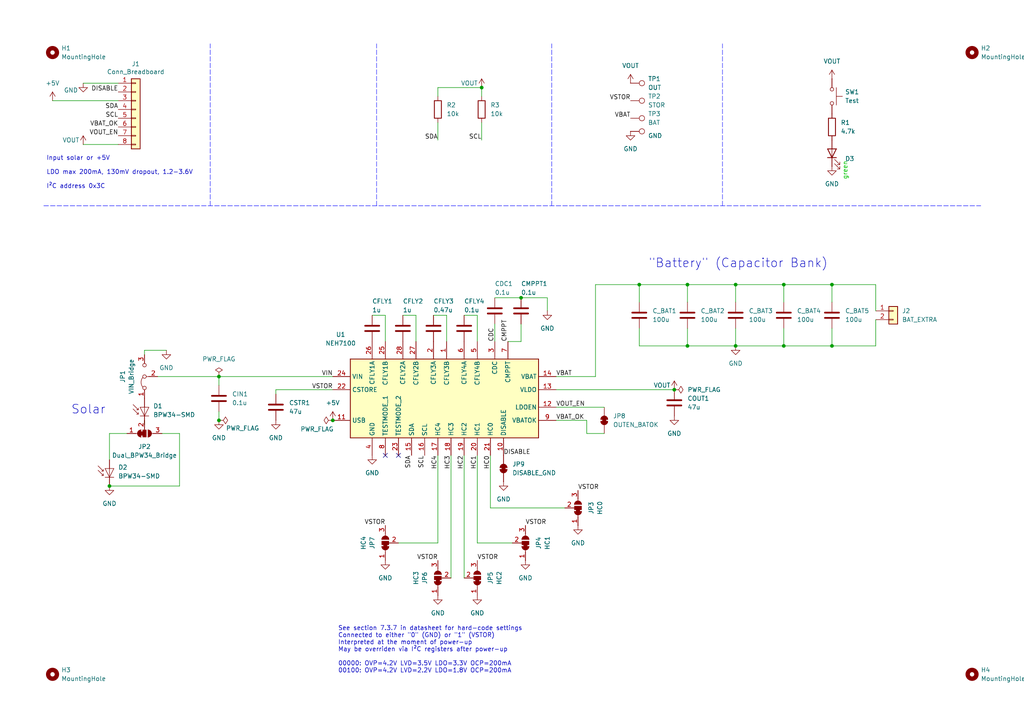
<source format=kicad_sch>
(kicad_sch (version 20250114) (generator "eeschema") (generator_version "9.0")
  (paper "A4")
  (title_block (title "${TITLE}") (date "2025-10-02") (rev "${REVISION}"))
  (lib_symbols
    (symbol "Connector:TestPoint" (pin_numbers (hide yes)) (pin_names (offset 0.762) (hide yes))
      (property "Reference" "TP" (at 0 6.858 0))
      (property "Value" "TestPoint" (at 0 5.08 0))
      (symbol "TestPoint_0_1"
        (circle (center 0 3.302) (radius 0.762))
      )
      (symbol "TestPoint_1_1"
        (pin passive line (at 0 0 90) (length 2.54) (name "1") (number "1"))
      )
    )
    (symbol "Connector_Generic:Conn_01x02" (pin_names (offset 1.016) (hide yes))
      (property "Reference" "J" (at 0 2.54 0))
      (property "Value" "Conn_01x02" (at 0 -5.08 0))
      (symbol "Conn_01x02_1_1"
        (rectangle (start -1.27 1.27) (end 1.27 -3.81) (stroke (width 0.254)) (fill (type background)))
        (rectangle (start -1.27 0.127) (end 0 -0.127) (stroke (width 0.1524)))
        (rectangle (start -1.27 -2.413) (end 0 -2.667) (stroke (width 0.1524)))
        (pin passive line (at -5.08 0 0) (length 3.81) (name "Pin_1") (number "1"))
        (pin passive line (at -5.08 -2.54 0) (length 3.81) (name "Pin_2") (number "2"))
      )
    )
    (symbol "Connector_Generic:Conn_01x08" (pin_names (offset 1.016) (hide yes))
      (property "Reference" "J" (at 0 10.16 0))
      (property "Value" "Conn_01x08" (at 0 -12.7 0))
      (symbol "Conn_01x08_1_1"
        (rectangle (start -1.27 8.89) (end 1.27 -11.43) (stroke (width 0.254)) (fill (type background)))
        (rectangle (start -1.27 7.747) (end 0 7.493) (stroke (width 0.1524)))
        (rectangle (start -1.27 5.207) (end 0 4.953) (stroke (width 0.1524)))
        (rectangle (start -1.27 2.667) (end 0 2.413) (stroke (width 0.1524)))
        (rectangle (start -1.27 0.127) (end 0 -0.127) (stroke (width 0.1524)))
        (rectangle (start -1.27 -2.413) (end 0 -2.667) (stroke (width 0.1524)))
        (rectangle (start -1.27 -4.953) (end 0 -5.207) (stroke (width 0.1524)))
        (rectangle (start -1.27 -7.493) (end 0 -7.747) (stroke (width 0.1524)))
        (rectangle (start -1.27 -10.033) (end 0 -10.287) (stroke (width 0.1524)))
        (pin passive line (at -5.08 7.62 0) (length 3.81) (name "Pin_1") (number "1"))
        (pin passive line (at -5.08 5.08 0) (length 3.81) (name "Pin_2") (number "2"))
        (pin passive line (at -5.08 2.54 0) (length 3.81) (name "Pin_3") (number "3"))
        (pin passive line (at -5.08 0 0) (length 3.81) (name "Pin_4") (number "4"))
        (pin passive line (at -5.08 -2.54 0) (length 3.81) (name "Pin_5") (number "5"))
        (pin passive line (at -5.08 -5.08 0) (length 3.81) (name "Pin_6") (number "6"))
        (pin passive line (at -5.08 -7.62 0) (length 3.81) (name "Pin_7") (number "7"))
        (pin passive line (at -5.08 -10.16 0) (length 3.81) (name "Pin_8") (number "8"))
      )
    )
    (symbol "Device:C" (pin_numbers (hide yes)) (pin_names (offset 0.254))
      (property "Reference" "C" (at 0.635 2.54 0))
      (property "Value" "C" (at 0.635 -2.54 0))
      (symbol "C_0_1"
        (polyline (pts (xy -2.032 0.762) (xy 2.032 0.762)) (stroke (width 0.508)))
        (polyline (pts (xy -2.032 -0.762) (xy 2.032 -0.762)) (stroke (width 0.508)))
      )
      (symbol "C_1_1"
        (pin passive line (at 0 3.81 270) (length 2.794) (name "~") (number "1"))
        (pin passive line (at 0 -3.81 90) (length 2.794) (name "~") (number "2"))
      )
    )
    (symbol "Device:LED" (pin_numbers (hide yes)) (pin_names (offset 1.016) (hide yes))
      (property "Reference" "D" (at 0 2.54 0))
      (property "Value" "LED" (at 0 -2.54 0))
      (symbol "LED_0_1"
        (polyline (pts (xy -3.048 -0.762) (xy -4.572 -2.286) (xy -3.81 -2.286) (xy -4.572 -2.286) (xy -4.572 -1.524)))
        (polyline (pts (xy -1.778 -0.762) (xy -3.302 -2.286) (xy -2.54 -2.286) (xy -3.302 -2.286) (xy -3.302 -1.524)))
        (polyline (pts (xy -1.27 0) (xy 1.27 0)))
        (polyline (pts (xy -1.27 -1.27) (xy -1.27 1.27)) (stroke (width 0.254)))
        (polyline (pts (xy 1.27 -1.27) (xy 1.27 1.27) (xy -1.27 0) (xy 1.27 -1.27)) (stroke (width 0.254)))
      )
      (symbol "LED_1_1"
        (pin passive line (at -3.81 0 0) (length 2.54) (name "K") (number "1"))
        (pin passive line (at 3.81 0 180) (length 2.54) (name "A") (number "2"))
      )
    )
    (symbol "Device:R" (pin_numbers (hide yes)) (pin_names (offset 0))
      (property "Reference" "R" (at 2.032 0 90))
      (property "Value" "R" (at 0 0 90))
      (symbol "R_0_1"
        (rectangle (start -1.016 -2.54) (end 1.016 2.54) (stroke (width 0.254)))
      )
      (symbol "R_1_1"
        (pin passive line (at 0 3.81 270) (length 1.27) (name "~") (number "1"))
        (pin passive line (at 0 -3.81 90) (length 1.27) (name "~") (number "2"))
      )
    )
    (symbol "Jumper:Jumper_3_Bridged12" (pin_names (offset 0) (hide yes)) (in_bom no)
      (property "Reference" "JP" (at -2.54 -2.54 0))
      (property "Value" "Jumper_3_Bridged12" (at 0 2.794 0))
      (symbol "Jumper_3_Bridged12_0_0"
        (circle (center -3.302 0) (radius 0.508))
        (circle (center 0 0) (radius 0.508))
        (circle (center 3.302 0) (radius 0.508))
      )
      (symbol "Jumper_3_Bridged12_0_1"
        (arc (start -3.048 0.508) (mid -1.651 0.9912) (end -0.254 0.508))
        (polyline (pts (xy 0 -1.27) (xy 0 -0.508)))
      )
      (symbol "Jumper_3_Bridged12_1_1"
        (pin passive line (at -6.35 0 0) (length 2.54) (name "A") (number "1"))
        (pin passive line (at 0 -3.81 90) (length 2.54) (name "C") (number "2"))
        (pin passive line (at 6.35 0 180) (length 2.54) (name "B") (number "3"))
      )
    )
    (symbol "Jumper:SolderJumper_2_Bridged" (pin_numbers (hide yes)) (pin_names (offset 0) (hide yes)) (in_bom no)
      (property "Reference" "JP" (at 0 2.032 0))
      (property "Value" "SolderJumper_2_Bridged" (at 0 -2.54 0))
      (symbol "SolderJumper_2_Bridged_0_1"
        (rectangle (start -0.508 0.508) (end 0.508 -0.508) (fill (type outline)))
        (polyline (pts (xy -0.254 1.016) (xy -0.254 -1.016)))
        (arc (start -0.254 -1.016) (mid -1.2656 0) (end -0.254 1.016))
        (arc (start -0.254 -1.016) (mid -1.2656 0) (end -0.254 1.016) (fill (type outline)))
        (arc (start 0.254 1.016) (mid 1.2656 0) (end 0.254 -1.016))
        (arc (start 0.254 1.016) (mid 1.2656 0) (end 0.254 -1.016) (fill (type outline)))
        (polyline (pts (xy 0.254 1.016) (xy 0.254 -1.016)))
      )
      (symbol "SolderJumper_2_Bridged_1_1"
        (pin passive line (at -3.81 0 0) (length 2.54) (name "A") (number "1"))
        (pin passive line (at 3.81 0 180) (length 2.54) (name "B") (number "2"))
      )
    )
    (symbol "Jumper:SolderJumper_3_Bridged12" (pin_names (offset 0) (hide yes)) (in_bom no)
      (property "Reference" "JP" (at -2.54 -2.54 0))
      (property "Value" "SolderJumper_3_Bridged12" (at 0 2.794 0))
      (symbol "SolderJumper_3_Bridged12_0_1"
        (polyline (pts (xy -2.54 0) (xy -2.032 0)))
        (polyline (pts (xy -1.016 1.016) (xy -1.016 -1.016)))
        (rectangle (start -1.016 0.508) (end -0.508 -0.508) (fill (type outline)))
        (arc (start -1.016 -1.016) (mid -2.0276 0) (end -1.016 1.016))
        (arc (start -1.016 -1.016) (mid -2.0276 0) (end -1.016 1.016) (fill (type outline)))
        (rectangle (start -0.508 1.016) (end 0.508 -1.016) (fill (type outline)))
        (polyline (pts (xy 0 -1.27) (xy 0 -1.016)))
        (arc (start 1.016 1.016) (mid 2.0276 0) (end 1.016 -1.016))
        (arc (start 1.016 1.016) (mid 2.0276 0) (end 1.016 -1.016) (fill (type outline)))
        (polyline (pts (xy 1.016 1.016) (xy 1.016 -1.016)))
        (polyline (pts (xy 2.54 0) (xy 2.032 0)))
      )
      (symbol "SolderJumper_3_Bridged12_1_1"
        (pin passive line (at -5.08 0 0) (length 2.54) (name "A") (number "1"))
        (pin passive line (at 0 -3.81 90) (length 2.54) (name "C") (number "2"))
        (pin passive line (at 5.08 0 180) (length 2.54) (name "B") (number "3"))
      )
    )
    (symbol "Mechanical:MountingHole" (pin_names (offset 1.016)) (in_bom no)
      (property "Reference" "H" (at 0 5.08 0))
      (property "Value" "MountingHole" (at 0 3.175 0))
      (symbol "MountingHole_0_1"
        (circle (center 0 0) (radius 1.27) (stroke (width 1.27)))
      )
    )
    (symbol "NEH7100BUHP:NEH7100BUHP"
      (property "Reference" "U1" (at -29.464 18.542 0))
      (property "Value" "NEH7100" (at -29.464 16.002 0))
      (symbol "NEH7100BUHP_1_1"
        (rectangle (start -26.67 11.43) (end 27.94 -11.43) (stroke (width 0.254)) (fill (type background)))
        (pin passive line (at -31.75 6.35 0) (length 5.08) (name "VIN") (number "24"))
        (pin passive line (at -31.75 2.54 0) (length 5.08) (name "CSTORE") (number "22"))
        (pin passive line (at -31.75 -6.35 0) (length 5.08) (name "USB") (number "11"))
        (pin passive line (at -20.32 16.51 270) (length 5.08) (name "CFLY1A") (number "26"))
        (pin passive line (at -20.32 -16.51 90) (length 5.08) (hide yes) (name "GND_2") (number "29"))
        (pin passive line (at -20.32 -16.51 90) (length 5.08) (name "GND") (number "4"))
        (pin passive line (at -16.51 16.51 270) (length 5.08) (name "CFLY1B") (number "25"))
        (pin passive line (at -16.51 -16.51 90) (length 5.08) (name "TESTMODE_1") (number "8"))
        (pin passive line (at -12.7 -16.51 90) (length 5.08) (name "TESTMODE_2") (number "23"))
        (pin passive line (at -11.43 16.51 270) (length 5.08) (name "CFLY2A") (number "28"))
        (pin passive line (at -8.89 -16.51 90) (length 5.08) (name "SDA") (number "15"))
        (pin passive line (at -7.62 16.51 270) (length 5.08) (name "CFLY2B") (number "27"))
        (pin passive line (at -5.08 -16.51 90) (length 5.08) (name "SCL") (number "16"))
        (pin passive line (at -2.54 16.51 270) (length 5.08) (name "CFLY3A") (number "2"))
        (pin passive line (at -1.27 -16.51 90) (length 5.08) (name "HC4") (number "17"))
        (pin passive line (at 1.27 16.51 270) (length 5.08) (name "CFLY3B") (number "1"))
        (pin passive line (at 2.54 -16.51 90) (length 5.08) (name "HC3") (number "18"))
        (pin passive line (at 6.35 16.51 270) (length 5.08) (name "CFLY4A") (number "6"))
        (pin passive line (at 6.35 -16.51 90) (length 5.08) (name "HC2") (number "19"))
        (pin passive line (at 10.16 16.51 270) (length 5.08) (name "CFLY4B") (number "5"))
        (pin passive line (at 10.16 -16.51 90) (length 5.08) (name "HC1") (number "20"))
        (pin passive line (at 13.97 -16.51 90) (length 5.08) (name "HC0") (number "21"))
        (pin passive line (at 15.24 16.51 270) (length 5.08) (name "CDC") (number "3"))
        (pin passive line (at 17.78 -16.51 90) (length 5.08) (name "DISABLE") (number "10"))
        (pin passive line (at 19.05 16.51 270) (length 5.08) (name "CMPPT") (number "7"))
        (pin passive line (at 33.02 6.35 180) (length 5.08) (name "VBAT") (number "14"))
        (pin passive line (at 33.02 2.54 180) (length 5.08) (name "VLDO") (number "13"))
        (pin passive line (at 33.02 -2.54 180) (length 5.08) (name "LDOEN") (number "12"))
        (pin passive line (at 33.02 -6.35 180) (length 5.08) (name "VBATOK") (number "9"))
      )
    )
    (symbol "Sensor_Optical:BPW34-SMD" (pin_numbers (hide yes)) (pin_names (offset 1.016) (hide yes))
      (property "Reference" "D" (at 0.508 1.778 0))
      (property "Value" "BPW34-SMD" (at -1.016 -2.794 0))
      (symbol "BPW34-SMD_0_1"
        (polyline (pts (xy -2.54 1.27) (xy -2.54 -1.27)) (stroke (width 0.1524)))
        (polyline (pts (xy -2.032 1.778) (xy -1.524 1.778)))
        (polyline (pts (xy -0.508 3.302) (xy -2.032 1.778) (xy -2.032 2.286)))
        (polyline (pts (xy 0 1.27) (xy -2.54 0) (xy 0 -1.27)))
        (polyline (pts (xy 0 0) (xy -2.54 0)))
        (polyline (pts (xy 0 -1.27) (xy 0 1.27)))
        (polyline (pts (xy 0.762 3.302) (xy -0.762 1.778) (xy -0.762 2.286) (xy -0.762 1.778) (xy -0.254 1.778)))
      )
      (symbol "BPW34-SMD_1_1"
        (pin passive line (at -5.08 0 0) (length 2.54) (name "K") (number "1"))
        (pin passive line (at 2.54 0 180) (length 2.54) (name "A") (number "2"))
      )
    )
    (symbol "Switch:SW_Push" (pin_numbers (hide yes)) (pin_names (offset 1.016) (hide yes))
      (property "Reference" "SW" (at 1.27 2.54 0))
      (property "Value" "SW_Push" (at 0 -1.524 0))
      (symbol "SW_Push_0_1"
        (circle (center -2.032 0) (radius 0.508))
        (polyline (pts (xy 0 1.27) (xy 0 3.048)))
        (circle (center 2.032 0) (radius 0.508))
        (polyline (pts (xy 2.54 1.27) (xy -2.54 1.27)))
        (pin passive line (at -5.08 0 0) (length 2.54) (name "1") (number "1"))
        (pin passive line (at 5.08 0 180) (length 2.54) (name "2") (number "2"))
      )
    )
    (symbol "power:+5V" (power) (pin_numbers (hide yes)) (pin_names (offset 0) (hide yes))
      (property "Value" "+5V" (at 0 3.556 0))
      (symbol "+5V_0_1"
        (polyline (pts (xy -0.762 1.27) (xy 0 2.54)))
        (polyline (pts (xy 0 2.54) (xy 0.762 1.27)))
        (polyline (pts (xy 0 0) (xy 0 2.54)))
      )
      (symbol "+5V_1_1"
        (pin power_in line (at 0 0 90) (length 0) (name "~") (number "1"))
      )
    )
    (symbol "power:GND" (power) (pin_numbers (hide yes)) (pin_names (offset 0) (hide yes))
      (property "Value" "GND" (at 0 -3.81 0))
      (symbol "GND_0_1"
        (polyline (pts (xy 0 0) (xy 0 -1.27) (xy 1.27 -1.27) (xy 0 -2.54) (xy -1.27 -1.27) (xy 0 -1.27)))
      )
      (symbol "GND_1_1"
        (pin power_in line (at 0 0 270) (length 0) (name "~") (number "1"))
      )
    )
    (symbol "power:PWR_FLAG" (power) (pin_numbers (hide yes)) (pin_names (offset 0) (hide yes))
      (property "Value" "PWR_FLAG" (at 0 3.81 0))
      (symbol "PWR_FLAG_0_0"
        (pin power_out line (at 0 0 90) (length 0) (name "~") (number "1"))
      )
      (symbol "PWR_FLAG_0_1"
        (polyline (pts (xy 0 0) (xy 0 1.27) (xy -1.016 1.905) (xy 0 2.54) (xy 1.016 1.905) (xy 0 1.27)))
      )
    )
    (symbol "power:VCC" (power) (pin_numbers (hide yes)) (pin_names (offset 0) (hide yes))
      (property "Value" "VCC" (at 0 3.556 0))
      (symbol "VCC_0_1"
        (polyline (pts (xy -0.762 1.27) (xy 0 2.54)))
        (polyline (pts (xy 0 2.54) (xy 0.762 1.27)))
        (polyline (pts (xy 0 0) (xy 0 2.54)))
      )
      (symbol "VCC_1_1"
        (pin power_in line (at 0 0 90) (length 0) (name "~") (number "1"))
      )
    )
  )
  (text "Solar" (at 25.654 118.872 0) (effects (font (size 2.54 2.54))))
  (text "Input solar or +5V\n\nLDO max 200mA, 130mV dropout, 1.2-3.6V\n\nI²C address 0x3C" (at 13.462 50.038 0) (effects (font (size 1.27 1.27)) (justify left)))
  (text "See section 7.3.7 in datasheet for hard-code settings\nConnected to either \"0\" (GND) or \"1\" (VSTOR)\nInterpreted at the moment of power-up\nMay be overriden via I²C registers after power-up\n\n00000: OVP=4.2V LVD=3.5V LDO=3.3V OCP=200mA\n00100: OVP=4.2V LVD=2.2V LDO=1.8V OCP=200mA\n" (at 98.044 188.468 0) (effects (font (size 1.27 1.27)) (justify left)))
  (text "green" (at 245.11 49.53 90) (effects (font (size 1.27 1.27))))
  (text "\"Battery\" (Capacitor Bank)" (at 214.122 76.454 0) (effects (font (size 2.54 2.54))))
  (junction (at 31.75 140.97))
  (junction (at 96.52 121.92))
  (junction (at 213.36 100.33))
  (junction (at 199.39 82.55))
  (junction (at 241.3 82.55))
  (junction (at 195.58 113.03))
  (junction (at 139.7 25.4))
  (junction (at 151.13 86.36))
  (junction (at 227.33 100.33))
  (junction (at 199.39 100.33))
  (junction (at 63.5 109.22))
  (junction (at 213.36 82.55))
  (junction (at 227.33 82.55))
  (junction (at 63.5 121.92))
  (junction (at 185.42 82.55))
  (junction (at 241.3 100.33))
  (no_connect (at 111.76 132.08))
  (no_connect (at 115.57 132.08))
  (wire (pts (xy 129.54 91.44) (xy 129.54 99.06)))
  (wire (pts (xy 148.59 157.48) (xy 138.43 157.48)))
  (wire (pts (xy 213.36 95.25) (xy 213.36 100.33)))
  (wire (pts (xy 151.13 99.06) (xy 147.32 99.06)))
  (wire (pts (xy 199.39 95.25) (xy 199.39 100.33)))
  (wire (pts (xy 158.75 86.36) (xy 158.75 90.17)))
  (wire (pts (xy 138.43 132.08) (xy 138.43 157.48)))
  (wire (pts (xy 170.18 121.92) (xy 161.29 121.92)))
  (wire (pts (xy 241.3 100.33) (xy 254 100.33)))
  (wire (pts (xy 80.01 113.03) (xy 96.52 113.03)))
  (wire (pts (xy 213.36 82.55) (xy 213.36 87.63)))
  (polyline (pts (xy 160.02 59.69) (xy 160.02 12.7)) (stroke (width 0.127) (type dash) (color 0 0 255 1)))
  (wire (pts (xy 143.51 86.36) (xy 151.13 86.36)))
  (wire (pts (xy 120.65 91.44) (xy 120.65 99.06)))
  (wire (pts (xy 116.84 91.44) (xy 120.65 91.44)))
  (wire (pts (xy 31.75 125.73) (xy 31.75 133.35)))
  (wire (pts (xy 151.13 86.36) (xy 158.75 86.36)))
  (wire (pts (xy 80.01 113.03) (xy 80.01 114.3)))
  (wire (pts (xy 172.72 109.22) (xy 161.29 109.22)))
  (wire (pts (xy 24.13 24.13) (xy 34.29 24.13)))
  (wire (pts (xy 63.5 109.22) (xy 96.52 109.22)))
  (wire (pts (xy 52.07 125.73) (xy 52.07 140.97)))
  (wire (pts (xy 199.39 87.63) (xy 199.39 82.55)))
  (wire (pts (xy 170.18 125.73) (xy 170.18 121.92)))
  (wire (pts (xy 134.62 132.08) (xy 134.62 167.64)))
  (wire (pts (xy 227.33 95.25) (xy 227.33 100.33)))
  (wire (pts (xy 41.91 101.6) (xy 41.91 102.87)))
  (wire (pts (xy 45.72 109.22) (xy 63.5 109.22)))
  (wire (pts (xy 175.26 125.73) (xy 170.18 125.73)))
  (wire (pts (xy 127 157.48) (xy 115.57 157.48)))
  (wire (pts (xy 199.39 100.33) (xy 213.36 100.33)))
  (wire (pts (xy 111.76 91.44) (xy 111.76 99.06)))
  (wire (pts (xy 227.33 82.55) (xy 241.3 82.55)))
  (wire (pts (xy 142.24 147.32) (xy 142.24 132.08)))
  (wire (pts (xy 185.42 82.55) (xy 185.42 87.63)))
  (wire (pts (xy 127 27.94) (xy 127 25.4)))
  (wire (pts (xy 172.72 82.55) (xy 185.42 82.55)))
  (wire (pts (xy 63.5 111.76) (xy 63.5 109.22)))
  (wire (pts (xy 24.13 41.91) (xy 34.29 41.91)))
  (wire (pts (xy 142.24 147.32) (xy 163.83 147.32)))
  (wire (pts (xy 134.62 91.44) (xy 138.43 91.44)))
  (wire (pts (xy 125.73 91.44) (xy 129.54 91.44)))
  (wire (pts (xy 227.33 100.33) (xy 241.3 100.33)))
  (wire (pts (xy 41.91 121.92) (xy 41.91 123.19)))
  (wire (pts (xy 254 92.71) (xy 254 100.33)))
  (wire (pts (xy 241.3 95.25) (xy 241.3 100.33)))
  (wire (pts (xy 130.81 132.08) (xy 130.81 167.64)))
  (wire (pts (xy 15.24 29.21) (xy 34.29 29.21)))
  (wire (pts (xy 46.99 125.73) (xy 52.07 125.73)))
  (wire (pts (xy 31.75 140.97) (xy 52.07 140.97)))
  (wire (pts (xy 31.75 125.73) (xy 36.83 125.73)))
  (wire (pts (xy 127 35.56) (xy 127 40.64)))
  (wire (pts (xy 241.3 87.63) (xy 241.3 82.55)))
  (wire (pts (xy 199.39 82.55) (xy 213.36 82.55)))
  (wire (pts (xy 138.43 91.44) (xy 138.43 99.06)))
  (wire (pts (xy 151.13 93.98) (xy 151.13 99.06)))
  (wire (pts (xy 241.3 82.55) (xy 254 82.55)))
  (wire (pts (xy 227.33 87.63) (xy 227.33 82.55)))
  (wire (pts (xy 213.36 100.33) (xy 227.33 100.33)))
  (wire (pts (xy 127 25.4) (xy 139.7 25.4)))
  (wire (pts (xy 161.29 118.11) (xy 175.26 118.11)))
  (wire (pts (xy 63.5 119.38) (xy 63.5 121.92)))
  (polyline (pts (xy 60.96 59.69) (xy 60.96 12.7)) (stroke (width 0.127) (type dash) (color 0 0 255 1)))
  (polyline (pts (xy 12.7 59.69) (xy 284.48 59.69)) (stroke (width 0.127) (type dash) (color 0 0 255 1)))
  (wire (pts (xy 139.7 27.94) (xy 139.7 25.4)))
  (wire (pts (xy 254 82.55) (xy 254 90.17)))
  (wire (pts (xy 185.42 95.25) (xy 185.42 100.33)))
  (wire (pts (xy 172.72 82.55) (xy 172.72 109.22)))
  (wire (pts (xy 185.42 82.55) (xy 199.39 82.55)))
  (polyline (pts (xy 109.22 59.69) (xy 109.22 12.7)) (stroke (width 0.127) (type dash) (color 0 0 255 1)))
  (wire (pts (xy 107.95 91.44) (xy 111.76 91.44)))
  (wire (pts (xy 185.42 100.33) (xy 199.39 100.33)))
  (wire (pts (xy 161.29 113.03) (xy 195.58 113.03)))
  (polyline (pts (xy 209.55 59.69) (xy 209.55 12.7)) (stroke (width 0.127) (type dash) (color 0 0 255 1)))
  (wire (pts (xy 41.91 101.6) (xy 48.26 101.6)))
  (wire (pts (xy 143.51 93.98) (xy 143.51 99.06)))
  (wire (pts (xy 139.7 35.56) (xy 139.7 40.64)))
  (wire (pts (xy 127 132.08) (xy 127 157.48)))
  (wire (pts (xy 213.36 82.55) (xy 227.33 82.55)))
  (label "VOUT_EN" (at 161.29 118.11 0))
  (label "SDA" (at 127 40.64 180))
  (label "HC2" (at 134.62 132.08 270))
  (label "HC3" (at 130.81 132.08 270))
  (label "VIN" (at 96.52 109.22 180))
  (label "SDA" (at 34.29 31.75 180))
  (label "SCL" (at 139.7 40.64 180))
  (label "VBAT_OK" (at 34.29 36.83 180))
  (label "VSTOR" (at 138.43 162.56 0))
  (label "VSTOR" (at 127 162.56 180))
  (label "VBAT_OK" (at 161.29 121.92 0))
  (label "VSTOR" (at 167.64 142.24 0))
  (label "VSTOR" (at 182.88 29.21 180))
  (label "HC0" (at 142.24 132.08 270))
  (label "CDC" (at 143.51 99.06 90))
  (label "VSTOR" (at 152.4 152.4 0))
  (label "HC1" (at 138.43 132.08 270))
  (label "SDA" (at 119.38 132.08 270))
  (label "SCL" (at 34.29 34.29 180))
  (label "VBAT" (at 182.88 34.29 180))
  (label "SCL" (at 123.19 132.08 270))
  (label "DISABLE" (at 34.29 26.67 180))
  (label "VSTOR" (at 96.52 113.03 180))
  (label "VOUT_EN" (at 34.29 39.37 180))
  (label "VSTOR" (at 111.76 152.4 180))
  (label "CMPPT" (at 147.32 99.06 90))
  (label "DISABLE" (at 146.05 132.08 0))
  (label "HC4" (at 127 132.08 270))
  (label "VBAT" (at 161.29 109.22 0))
  (symbol (lib_id "power:GND") (at 241.3 48.26 0) (unit 1)
    (property "Reference" "#PWR08" (effects (hide yes)))
    (property "Value" "GND" (at 241.3 53.34 0))
    (property "Description" "Power symbol creates a global label with name \"GND\" , ground" (effects (hide yes)))
  )
  (symbol (lib_id "power:+5V") (at 15.24 29.21 0) (unit 1)
    (property "Reference" "#PWR023" (effects (hide yes)))
    (property "Value" "+5V" (at 15.24 24.13 0))
    (property "Description" "Power symbol creates a global label with name \"+5V\"" (effects (hide yes)))
  )
  (symbol (lib_id "Device:C") (at 125.73 95.25 0) (unit 1)
    (property "Reference" "CFLY3" (at 125.73 87.376 0) (effects (justify left)))
    (property "Value" "0.47u" (at 125.73 89.916 0) (effects (justify left)))
    (property "Footprint" "Capacitor_SMD:C_0402_1005Metric" (effects (hide yes)))
    (property "Description" "Unpolarized capacitor" (effects (hide yes)))
  )
  (symbol (lib_id "power:+5V") (at 96.52 121.92 0) (unit 1)
    (property "Reference" "#PWR03" (effects (hide yes)))
    (property "Value" "+5V" (at 96.52 116.84 0))
    (property "Description" "Power symbol creates a global label with name \"+5V\"" (effects (hide yes)))
  )
  (symbol (lib_id "power:GND") (at 63.5 121.92 0) (unit 1)
    (property "Reference" "#PWR02" (effects (hide yes)))
    (property "Value" "GND" (at 63.5 127 0))
    (property "Description" "Power symbol creates a global label with name \"GND\" , ground" (effects (hide yes)))
  )
  (symbol (lib_id "Jumper:SolderJumper_3_Bridged12") (at 167.64 147.32 270) (mirror x) (unit 1) (in_bom no)
    (property "Reference" "JP3" (at 171.45 147.32 0))
    (property "Value" "HC0" (at 173.99 147.32 0))
    (property "Footprint" "Jumper:SolderJumper-3_P1.3mm_Bridged12_RoundedPad1.0x1.5mm" (effects (hide yes)))
    (property "Description" "3-pole Solder Jumper, pins 1+2 closed/bridged" (effects (hide yes)))
  )
  (symbol (lib_id "Device:R") (at 127 31.75 0) (unit 1)
    (property "Reference" "R2" (at 129.54 30.4799 0) (effects (justify left)))
    (property "Value" "10k" (at 129.54 33.0199 0) (effects (justify left)))
    (property "Footprint" "Resistor_SMD:R_0603_1608Metric" (effects (hide yes)))
    (property "Description" "Resistor" (effects (hide yes)))
  )
  (symbol (lib_id "Device:C") (at 80.01 118.11 0) (unit 1)
    (property "Reference" "CSTR1" (at 83.82 116.8399 0) (effects (justify left)))
    (property "Value" "47u" (at 83.82 119.3799 0) (effects (justify left)))
    (property "Footprint" "Capacitor_SMD:C_0603_1608Metric" (effects (hide yes)))
    (property "Description" "Unpolarized capacitor" (effects (hide yes)))
    (property "Digikey Part Number" "1276-1028-1-ND" (effects (hide yes)))
  )
  (symbol (lib_id "power:GND") (at 24.13 24.13 0) (unit 1)
    (property "Reference" "#PWR06" (effects (hide yes)))
    (property "Value" "GND" (at 20.574 26.162 0))
    (property "Description" "Power symbol creates a global label with name \"GND\" , ground" (effects (hide yes)))
  )
  (symbol (lib_id "power:VCC") (at 195.58 113.03 0) (mirror y) (unit 1)
    (property "Reference" "#PWR024" (effects (hide yes)))
    (property "Value" "VOUT" (at 192.024 111.76 0))
    (property "Description" "Power symbol creates a global label with name \"VOUT\"" (effects (hide yes)))
  )
  (symbol (lib_id "power:PWR_FLAG") (at 63.5 121.92 270) (unit 1)
    (property "Reference" "#FLG04" (effects (hide yes)))
    (property "Value" "PWR_FLAG" (at 65.532 124.206 90) (effects (justify left)))
    (property "Description" "Special symbol for telling ERC where power comes from" (effects (hide yes)))
  )
  (symbol (lib_id "Device:C") (at 151.13 90.17 0) (unit 1)
    (property "Reference" "CMPPT1" (at 151.13 82.296 0) (effects (justify left)))
    (property "Value" "0.1u" (at 151.13 84.836 0) (effects (justify left)))
    (property "Footprint" "Capacitor_SMD:C_0402_1005Metric" (effects (hide yes)))
    (property "Description" "Unpolarized capacitor" (effects (hide yes)))
  )
  (symbol (lib_id "power:GND") (at 213.36 100.33 0) (unit 1)
    (property "Reference" "#PWR010" (effects (hide yes)))
    (property "Value" "GND" (at 213.36 105.41 0))
    (property "Description" "Power symbol creates a global label with name \"GND\" , ground" (effects (hide yes)))
  )
  (symbol (lib_id "Connector:TestPoint") (at 182.88 24.13 270) (unit 1)
    (property "Reference" "TP1" (at 187.96 22.8599 90) (effects (justify left)))
    (property "Value" "OUT" (at 187.96 25.3999 90) (effects (justify left)))
    (property "Footprint" "TestPoint:TestPoint_Pad_D1.0mm" (effects (hide yes)))
    (property "Description" "test point" (effects (hide yes)))
  )
  (symbol (lib_id "Connector_Generic:Conn_01x02") (at 259.08 90.17 0) (unit 1)
    (property "Reference" "J2" (at 261.62 90.1699 0) (effects (justify left)))
    (property "Value" "BAT_EXTRA" (at 261.62 92.7099 0) (effects (justify left)))
    (property "Footprint" "Connector_PinHeader_2.54mm:PinHeader_1x02_P2.54mm_Vertical" (effects (hide yes)))
    (property "Description" "Generic connector, single row, 01x02, script generated (kicad-library-utils/schlib/autogen/connector/)" (effects (hide yes)))
  )
  (symbol (lib_id "Connector:TestPoint") (at 182.88 29.21 270) (unit 1)
    (property "Reference" "TP2" (at 187.96 27.9399 90) (effects (justify left)))
    (property "Value" "STOR" (at 187.96 30.4799 90) (effects (justify left)))
    (property "Footprint" "TestPoint:TestPoint_Pad_D1.0mm" (effects (hide yes)))
    (property "Description" "test point" (effects (hide yes)))
  )
  (symbol (lib_id "power:PWR_FLAG") (at 63.5 109.22 0) (unit 1)
    (property "Reference" "#FLG03" (effects (hide yes)))
    (property "Value" "PWR_FLAG" (at 63.5 104.14 0))
    (property "Description" "Special symbol for telling ERC where power comes from" (effects (hide yes)))
  )
  (symbol (lib_id "Device:C") (at 63.5 115.57 0) (unit 1)
    (property "Reference" "CIN1" (at 67.31 114.2999 0) (effects (justify left)))
    (property "Value" "0.1u" (at 67.31 116.8399 0) (effects (justify left)))
    (property "Footprint" "Capacitor_SMD:C_0402_1005Metric" (effects (hide yes)))
    (property "Description" "Unpolarized capacitor" (effects (hide yes)))
  )
  (symbol (lib_id "Jumper:SolderJumper_2_Bridged") (at 175.26 121.92 90) (unit 1) (in_bom no)
    (property "Reference" "JP8" (at 177.8 120.6499 90) (effects (justify right)))
    (property "Value" "OUTEN_BATOK" (at 177.8 123.1899 90) (effects (justify right)))
    (property "Footprint" "Jumper:SolderJumper-2_P1.3mm_Bridged_RoundedPad1.0x1.5mm" (effects (hide yes)))
    (property "Description" "Solder Jumper, 2-pole, closed/bridged" (effects (hide yes)))
  )
  (symbol (lib_id "Mechanical:MountingHole") (at 15.24 15.24 0) (unit 1) (in_bom no)
    (property "Reference" "H1" (at 17.78 13.9699 0) (effects (justify left)))
    (property "Value" "MountingHole" (at 17.78 16.5099 0) (effects (justify left)))
    (property "Footprint" "MountingHoleCompact:MountingHole_2.5mm_Plated" (effects (hide yes)))
    (property "Description" "Mounting Hole without connection" (effects (hide yes)))
  )
  (symbol (lib_id "Device:C") (at 134.62 95.25 0) (unit 1)
    (property "Reference" "CFLY4" (at 134.62 87.376 0) (effects (justify left)))
    (property "Value" "0.1u" (at 134.62 89.916 0) (effects (justify left)))
    (property "Footprint" "Capacitor_SMD:C_0402_1005Metric" (effects (hide yes)))
    (property "Description" "Unpolarized capacitor" (effects (hide yes)))
  )
  (symbol (lib_id "Jumper:SolderJumper_3_Bridged12") (at 152.4 157.48 270) (mirror x) (unit 1) (in_bom no)
    (property "Reference" "JP4" (at 156.21 157.48 0))
    (property "Value" "HC1" (at 158.75 157.48 0))
    (property "Footprint" "Jumper:SolderJumper-3_P1.3mm_Bridged12_RoundedPad1.0x1.5mm" (effects (hide yes)))
    (property "Description" "3-pole Solder Jumper, pins 1+2 closed/bridged" (effects (hide yes)))
  )
  (symbol (lib_id "Mechanical:MountingHole") (at 15.24 195.58 0) (unit 1) (in_bom no)
    (property "Reference" "H3" (at 17.78 194.3099 0) (effects (justify left)))
    (property "Value" "MountingHole" (at 17.78 196.8499 0) (effects (justify left)))
    (property "Footprint" "MountingHoleCompact:MountingHole_2.5mm_Plated" (effects (hide yes)))
    (property "Description" "Mounting Hole without connection" (effects (hide yes)))
  )
  (symbol (lib_id "Connector_Generic:Conn_01x08") (at 39.37 31.75 0) (unit 1)
    (property "Reference" "J1" (at 39.37 18.542 0))
    (property "Value" "Conn_Breadboard" (at 39.37 20.828 0))
    (property "Footprint" "Connector_PinHeader_2.54mm:PinHeader_1x08_P2.54mm_Vertical" (effects (hide yes)))
    (property "Description" "Generic connector, single row, 01x08, script generated (kicad-library-utils/schlib/autogen/connector/)" (effects (hide yes)))
  )
  (symbol (lib_id "power:PWR_FLAG") (at 96.52 121.92 90) (mirror x) (unit 1)
    (property "Reference" "#FLG01" (effects (hide yes)))
    (property "Value" "PWR_FLAG" (at 96.774 124.46 90) (effects (justify left)))
    (property "Description" "Special symbol for telling ERC where power comes from" (effects (hide yes)))
  )
  (symbol (lib_id "Jumper:SolderJumper_2_Bridged") (at 146.05 135.89 90) (unit 1) (in_bom no)
    (property "Reference" "JP9" (at 148.59 134.6199 90) (effects (justify right)))
    (property "Value" "DISABLE_GND" (at 148.59 137.1599 90) (effects (justify right)))
    (property "Footprint" "Jumper:SolderJumper-2_P1.3mm_Bridged_RoundedPad1.0x1.5mm" (effects (hide yes)))
    (property "Description" "Solder Jumper, 2-pole, closed/bridged" (effects (hide yes)))
  )
  (symbol (lib_id "Connector:TestPoint") (at 182.88 38.1 270) (unit 1)
    (property "Reference" "TP6" (effects (hide yes)))
    (property "Value" "GND" (at 187.96 39.3699 90) (effects (justify left)))
    (property "Footprint" "TestPoint:TestPoint_Pad_D1.0mm" (effects (hide yes)))
    (property "Description" "test point" (effects (hide yes)))
  )
  (symbol (lib_id "power:GND") (at 107.95 132.08 0) (unit 1)
    (property "Reference" "#PWR019" (effects (hide yes)))
    (property "Value" "GND" (at 107.95 137.16 0))
    (property "Description" "Power symbol creates a global label with name \"GND\" , ground" (effects (hide yes)))
  )
  (symbol (lib_id "Jumper:SolderJumper_3_Bridged12") (at 138.43 167.64 270) (mirror x) (unit 1) (in_bom no)
    (property "Reference" "JP5" (at 142.24 167.64 0))
    (property "Value" "HC2" (at 144.78 167.64 0))
    (property "Footprint" "Jumper:SolderJumper-3_P1.3mm_Bridged12_RoundedPad1.0x1.5mm" (effects (hide yes)))
    (property "Description" "3-pole Solder Jumper, pins 1+2 closed/bridged" (effects (hide yes)))
  )
  (symbol (lib_id "Jumper:Jumper_3_Bridged12") (at 41.91 109.22 90) (unit 1) (in_bom no)
    (property "Reference" "JP1" (at 35.56 109.22 0))
    (property "Value" "VIN_Bridge" (at 38.1 109.22 0))
    (property "Footprint" "Connector_PinHeader_2.54mm:PinHeader_1x03_P2.54mm_Vertical" (effects (hide yes)))
    (property "Description" "Jumper, 3-pole, pins 1+2 closed/bridged" (effects (hide yes)))
  )
  (symbol (lib_id "Device:C") (at 143.51 90.17 0) (unit 1)
    (property "Reference" "CDC1" (at 143.51 82.296 0) (effects (justify left)))
    (property "Value" "0.1u" (at 143.51 84.836 0) (effects (justify left)))
    (property "Footprint" "Capacitor_SMD:C_0402_1005Metric" (effects (hide yes)))
    (property "Description" "Unpolarized capacitor" (effects (hide yes)))
  )
  (symbol (lib_id "power:VCC") (at 182.88 24.13 0) (unit 1)
    (property "Reference" "#PWR05" (effects (hide yes)))
    (property "Value" "VOUT" (at 182.88 19.05 0))
    (property "Description" "Power symbol creates a global label with name \"VOUT\"" (effects (hide yes)))
  )
  (symbol (lib_id "Mechanical:MountingHole") (at 281.94 195.58 0) (unit 1) (in_bom no)
    (property "Reference" "H4" (at 284.48 194.3099 0) (effects (justify left)))
    (property "Value" "MountingHole" (at 284.48 196.8499 0) (effects (justify left)))
    (property "Footprint" "MountingHoleCompact:MountingHole_2.5mm_Plated" (effects (hide yes)))
    (property "Description" "Mounting Hole without connection" (effects (hide yes)))
  )
  (symbol (lib_id "power:GND") (at 195.58 120.65 0) (unit 1)
    (property "Reference" "#PWR020" (effects (hide yes)))
    (property "Value" "GND" (at 195.58 125.73 0))
    (property "Description" "Power symbol creates a global label with name \"GND\" , ground" (effects (hide yes)))
  )
  (symbol (lib_id "Device:C") (at 185.42 91.44 0) (unit 1)
    (property "Reference" "C_BAT1" (at 189.23 90.1699 0) (effects (justify left)))
    (property "Value" "100u" (at 189.23 92.7099 0) (effects (justify left)))
    (property "Footprint" "Capacitor_SMD:C_1206_3216Metric" (effects (hide yes)))
    (property "Description" "Unpolarized capacitor" (effects (hide yes)))
    (property "Digikey Part Number" "490-GRM31CR61A107MEA8LCT-ND" (effects (hide yes)))
  )
  (symbol (lib_id "Switch:SW_Push") (at 241.3 27.94 270) (unit 1)
    (property "Reference" "SW1" (at 245.11 26.6699 90) (effects (justify left)))
    (property "Value" "Test" (at 245.11 29.2099 90) (effects (justify left)))
    (property "Footprint" "Button_Switch_SMD:SW_Push_SPST_NO_Alps_SKRK" (effects (hide yes)))
    (property "Description" "Push button switch, generic, two pins" (effects (hide yes)))
    (property "Digikey Part Number" "4809-SKRKAHE020CT-ND" (effects (hide yes)))
    (property "Manufacturer" "Alps Alpine" (effects (hide yes)))
    (property "Part Number" "SKRKAHE020" (effects (hide yes)))
  )
  (symbol (lib_id "power:VCC") (at 24.13 41.91 0) (mirror y) (unit 1)
    (property "Reference" "#PWR04" (effects (hide yes)))
    (property "Value" "VOUT" (at 20.574 40.64 0))
    (property "Description" "Power symbol creates a global label with name \"VOUT\"" (effects (hide yes)))
  )
  (symbol (lib_id "power:PWR_FLAG") (at 195.58 113.03 270) (unit 1)
    (property "Reference" "#FLG02" (effects (hide yes)))
    (property "Value" "PWR_FLAG" (at 199.39 113.0299 90) (effects (justify left)))
    (property "Description" "Special symbol for telling ERC where power comes from" (effects (hide yes)))
  )
  (symbol (lib_id "Device:LED") (at 241.3 44.45 90) (unit 1)
    (property "Reference" "D3" (at 245.11 46.0374 90) (effects (justify right)))
    (property "Value" "PWRLED" (effects (hide yes)))
    (property "Footprint" "LED_SMD:LED_0603_1608Metric" (effects (hide yes)))
    (property "Description" "Light emitting diode" (effects (hide yes)))
    (property "Sim.Pins" "1=K 2=A" (effects (hide yes)))
  )
  (symbol (lib_id "Connector:TestPoint") (at 182.88 34.29 270) (unit 1)
    (property "Reference" "TP3" (at 187.96 33.0199 90) (effects (justify left)))
    (property "Value" "BAT" (at 187.96 35.5599 90) (effects (justify left)))
    (property "Footprint" "TestPoint:TestPoint_Pad_D1.0mm" (effects (hide yes)))
    (property "Description" "test point" (effects (hide yes)))
  )
  (symbol (lib_id "Device:C") (at 199.39 91.44 0) (unit 1)
    (property "Reference" "C_BAT2" (at 203.2 90.1699 0) (effects (justify left)))
    (property "Value" "100u" (at 203.2 92.7099 0) (effects (justify left)))
    (property "Footprint" "Capacitor_SMD:C_1206_3216Metric" (effects (hide yes)))
    (property "Description" "Unpolarized capacitor" (effects (hide yes)))
  )
  (symbol (lib_id "Device:C") (at 107.95 95.25 0) (unit 1)
    (property "Reference" "CFLY1" (at 107.95 87.376 0) (effects (justify left)))
    (property "Value" "1u" (at 107.95 89.916 0) (effects (justify left)))
    (property "Footprint" "Capacitor_SMD:C_0402_1005Metric" (effects (hide yes)))
    (property "Description" "Unpolarized capacitor" (effects (hide yes)))
  )
  (symbol (lib_id "Sensor_Optical:BPW34-SMD") (at 31.75 135.89 90) (unit 1)
    (property "Reference" "D2" (at 34.29 135.547 90) (effects (justify right)))
    (property "Value" "BPW34-SMD" (at 34.29 138.087 90) (effects (justify right)))
    (property "Footprint" "OptoDevice:Osram_BPW34S-SMD" (effects (hide yes)))
    (property "Datasheet" "https://dammedia.osram.info/media/resource/hires/osram-dam-5488319/BPW%2034%20S_EN.pdf" (effects (hide yes)))
    (property "Description" "Silicon PIN Photodiode, Area 2.65x2.65mm" (effects (hide yes)))
  )
  (symbol (lib_id "Device:C") (at 227.33 91.44 0) (unit 1)
    (property "Reference" "C_BAT4" (at 231.14 90.1699 0) (effects (justify left)))
    (property "Value" "100u" (at 231.14 92.7099 0) (effects (justify left)))
    (property "Footprint" "Capacitor_SMD:C_1206_3216Metric" (effects (hide yes)))
    (property "Description" "Unpolarized capacitor" (effects (hide yes)))
  )
  (symbol (lib_id "Device:R") (at 139.7 31.75 0) (unit 1)
    (property "Reference" "R3" (at 142.24 30.4799 0) (effects (justify left)))
    (property "Value" "10k" (at 142.24 33.0199 0) (effects (justify left)))
    (property "Footprint" "Resistor_SMD:R_0603_1608Metric" (effects (hide yes)))
    (property "Description" "Resistor" (effects (hide yes)))
  )
  (symbol (lib_id "Device:C") (at 213.36 91.44 0) (unit 1)
    (property "Reference" "C_BAT3" (at 217.17 90.1699 0) (effects (justify left)))
    (property "Value" "100u" (at 217.17 92.7099 0) (effects (justify left)))
    (property "Footprint" "Capacitor_SMD:C_1206_3216Metric" (effects (hide yes)))
    (property "Description" "Unpolarized capacitor" (effects (hide yes)))
  )
  (symbol (lib_id "Device:C") (at 195.58 116.84 0) (unit 1)
    (property "Reference" "COUT1" (at 199.39 115.5699 0) (effects (justify left)))
    (property "Value" "47u" (at 199.39 118.1099 0) (effects (justify left)))
    (property "Footprint" "Capacitor_SMD:C_0603_1608Metric" (effects (hide yes)))
    (property "Description" "Unpolarized capacitor" (effects (hide yes)))
  )
  (symbol (lib_id "Device:C") (at 241.3 91.44 0) (unit 1)
    (property "Reference" "C_BAT5" (at 245.11 90.1699 0) (effects (justify left)))
    (property "Value" "100u" (at 245.11 92.7099 0) (effects (justify left)))
    (property "Footprint" "Capacitor_SMD:C_1206_3216Metric" (effects (hide yes)))
    (property "Description" "Unpolarized capacitor" (effects (hide yes)))
  )
  (symbol (lib_id "Device:C") (at 116.84 95.25 0) (unit 1)
    (property "Reference" "CFLY2" (at 116.84 87.376 0) (effects (justify left)))
    (property "Value" "1u" (at 116.84 89.916 0) (effects (justify left)))
    (property "Footprint" "Capacitor_SMD:C_0402_1005Metric" (effects (hide yes)))
    (property "Description" "Unpolarized capacitor" (effects (hide yes)))
  )
  (symbol (lib_id "power:GND") (at 80.01 121.92 0) (unit 1)
    (property "Reference" "#PWR011" (effects (hide yes)))
    (property "Value" "GND" (at 80.01 127 0))
    (property "Description" "Power symbol creates a global label with name \"GND\" , ground" (effects (hide yes)))
  )
  (symbol (lib_id "Sensor_Optical:BPW34-SMD") (at 41.91 118.11 90) (unit 1)
    (property "Reference" "D1" (at 44.45 117.767 90) (effects (justify right)))
    (property "Value" "BPW34-SMD" (at 44.45 120.307 90) (effects (justify right)))
    (property "Footprint" "OptoDevice:Osram_BPW34S-SMD" (effects (hide yes)))
    (property "Datasheet" "https://dammedia.osram.info/media/resource/hires/osram-dam-5488319/BPW%2034%20S_EN.pdf" (effects (hide yes)))
    (property "Description" "Silicon PIN Photodiode, Area 2.65x2.65mm" (effects (hide yes)))
  )
  (symbol (lib_id "power:GND") (at 182.88 38.1 0) (unit 1)
    (property "Reference" "#PWR014" (effects (hide yes)))
    (property "Value" "GND" (at 182.88 43.18 0))
    (property "Description" "Power symbol creates a global label with name \"GND\" , ground" (effects (hide yes)))
  )
  (symbol (lib_id "power:VCC") (at 241.3 22.86 0) (unit 1)
    (property "Reference" "#PWR01" (effects (hide yes)))
    (property "Value" "VOUT" (at 241.3 17.78 0))
    (property "Description" "Power symbol creates a global label with name \"VOUT\"" (effects (hide yes)))
  )
  (symbol (lib_id "NEH7100BUHP:NEH7100BUHP") (at 128.27 115.57 0) (unit 1)
    (property "Reference" "U1" (at 98.806 97.028 0))
    (property "Value" "NEH7100" (at 98.806 99.568 0))
    (property "Footprint" "NEH7100BUHP:QFN40P400X400X90-29N-D" (effects (hide yes)))
    (property "Datasheet" "https://assets.nexperia.com/documents/data-sheet/NEH7100.pdf" (effects (hide yes)))
    (property "Description" "Power Management Specialised - PMIC Inductorless energy harvesting PMIC with battery protection, LDO, I2C and USB charging, 140 mA, -40C to +85C" (effects (hide yes)))
    (property "Mouser Part Number" "771-NEH7100BUHP" (effects (hide yes)))
    (property "Mouser Price/Stock" "https://www.mouser.co.uk/ProductDetail/Nexperia/NEH7100BUHP?qs=%252BXxaIXUDbq0xGA7KvtEkLg%3D%3D" (effects (hide yes)))
    (property "Manufacturer_Name" "Nexperia" (effects (hide yes)))
    (property "Manufacturer_Part_Number" "NEH7100BUHP" (effects (hide yes)))
    (property "Height" "0.9" (effects (hide yes)))
  )
  (symbol (lib_id "Jumper:SolderJumper_3_Bridged12") (at 111.76 157.48 90) (unit 1) (in_bom no)
    (property "Reference" "JP7" (at 107.95 157.48 0))
    (property "Value" "HC4" (at 105.41 157.48 0))
    (property "Footprint" "Jumper:SolderJumper-3_P1.3mm_Bridged12_RoundedPad1.0x1.5mm" (effects (hide yes)))
    (property "Description" "3-pole Solder Jumper, pins 1+2 closed/bridged" (effects (hide yes)))
  )
  (symbol (lib_id "power:GND") (at 31.75 140.97 0) (unit 1)
    (property "Reference" "#PWR015" (effects (hide yes)))
    (property "Value" "GND" (at 31.75 146.05 0))
    (property "Description" "Power symbol creates a global label with name \"GND\" , ground" (effects (hide yes)))
  )
  (symbol (lib_id "power:VCC") (at 139.7 25.4 0) (mirror y) (unit 1)
    (property "Reference" "#PWR022" (effects (hide yes)))
    (property "Value" "VOUT" (at 136.144 24.13 0))
    (property "Description" "Power symbol creates a global label with name \"VOUT\"" (effects (hide yes)))
  )
  (symbol (lib_id "power:GND") (at 167.64 152.4 0) (unit 1)
    (property "Reference" "#PWR07" (effects (hide yes)))
    (property "Value" "GND" (at 167.64 157.48 0))
    (property "Description" "Power symbol creates a global label with name \"GND\" , ground" (effects (hide yes)))
  )
  (symbol (lib_id "power:GND") (at 152.4 162.56 0) (unit 1)
    (property "Reference" "#PWR012" (effects (hide yes)))
    (property "Value" "GND" (at 152.4 167.64 0))
    (property "Description" "Power symbol creates a global label with name \"GND\" , ground" (effects (hide yes)))
  )
  (symbol (lib_id "power:GND") (at 158.75 90.17 0) (unit 1)
    (property "Reference" "#PWR09" (effects (hide yes)))
    (property "Value" "GND" (at 158.75 95.25 0))
    (property "Description" "Power symbol creates a global label with name \"GND\" , ground" (effects (hide yes)))
  )
  (symbol (lib_id "power:GND") (at 127 172.72 0) (mirror y) (unit 1)
    (property "Reference" "#PWR017" (effects (hide yes)))
    (property "Value" "GND" (at 127 177.8 0))
    (property "Description" "Power symbol creates a global label with name \"GND\" , ground" (effects (hide yes)))
  )
  (symbol (lib_id "Device:R") (at 241.3 36.83 0) (unit 1)
    (property "Reference" "R1" (at 243.84 35.5599 0) (effects (justify left)))
    (property "Value" "4.7k" (at 243.84 38.0999 0) (effects (justify left)))
    (property "Footprint" "Resistor_SMD:R_0603_1608Metric" (effects (hide yes)))
    (property "Description" "Resistor" (effects (hide yes)))
    (property "Digikey Part Number" "13-RC0603FR-101KLCT-ND" (effects (hide yes)))
  )
  (symbol (lib_id "Jumper:SolderJumper_3_Bridged12") (at 41.91 125.73 0) (mirror x) (unit 1) (in_bom no)
    (property "Reference" "JP2" (at 41.91 129.54 0))
    (property "Value" "Dual_BPW34_Bridge" (at 41.91 132.08 0))
    (property "Footprint" "Jumper:SolderJumper-3_P1.3mm_Bridged12_RoundedPad1.0x1.5mm" (effects (hide yes)))
    (property "Description" "3-pole Solder Jumper, pins 1+2 closed/bridged" (effects (hide yes)))
  )
  (symbol (lib_id "power:GND") (at 111.76 162.56 0) (mirror y) (unit 1)
    (property "Reference" "#PWR021" (effects (hide yes)))
    (property "Value" "GND" (at 111.76 167.64 0))
    (property "Description" "Power symbol creates a global label with name \"GND\" , ground" (effects (hide yes)))
  )
  (symbol (lib_id "power:GND") (at 146.05 139.7 0) (unit 1)
    (property "Reference" "#PWR018" (effects (hide yes)))
    (property "Value" "GND" (at 146.05 144.78 0))
    (property "Description" "Power symbol creates a global label with name \"GND\" , ground" (effects (hide yes)))
  )
  (symbol (lib_id "power:GND") (at 48.26 101.6 0) (unit 1)
    (property "Reference" "#PWR016" (effects (hide yes)))
    (property "Value" "GND" (at 48.26 106.68 0))
    (property "Description" "Power symbol creates a global label with name \"GND\" , ground" (effects (hide yes)))
  )
  (symbol (lib_id "Jumper:SolderJumper_3_Bridged12") (at 127 167.64 90) (unit 1) (in_bom no)
    (property "Reference" "JP6" (at 123.19 167.64 0))
    (property "Value" "HC3" (at 120.65 167.64 0))
    (property "Footprint" "Jumper:SolderJumper-3_P1.3mm_Bridged12_RoundedPad1.0x1.5mm" (effects (hide yes)))
    (property "Description" "3-pole Solder Jumper, pins 1+2 closed/bridged" (effects (hide yes)))
  )
  (symbol (lib_id "power:GND") (at 138.43 172.72 0) (unit 1)
    (property "Reference" "#PWR013" (effects (hide yes)))
    (property "Value" "GND" (at 138.43 177.8 0))
    (property "Description" "Power symbol creates a global label with name \"GND\" , ground" (effects (hide yes)))
  )
  (symbol (lib_id "Mechanical:MountingHole") (at 281.94 15.24 0) (unit 1) (in_bom no)
    (property "Reference" "H2" (at 284.48 13.9699 0) (effects (justify left)))
    (property "Value" "MountingHole" (at 284.48 16.5099 0) (effects (justify left)))
    (property "Footprint" "MountingHoleCompact:MountingHole_2.5mm_Plated" (effects (hide yes)))
    (property "Description" "Mounting Hole without connection" (effects (hide yes)))
  )
)
</source>
